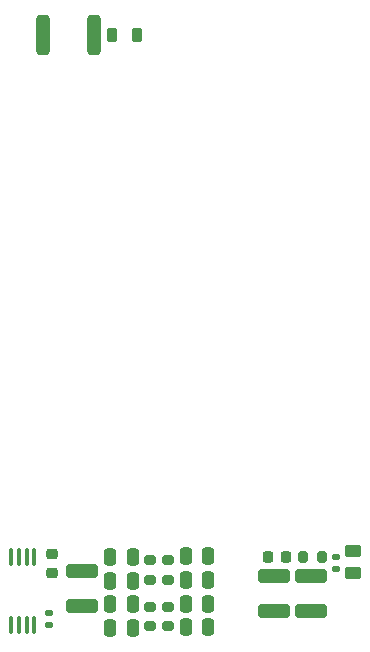
<source format=gbr>
%TF.GenerationSoftware,KiCad,Pcbnew,8.99.0-3376-g16cbb218c6*%
%TF.CreationDate,2024-12-27T08:14:29+01:00*%
%TF.ProjectId,PoE_Ethernet_GPIB_Adapter,506f455f-4574-4686-9572-6e65745f4750,rev?*%
%TF.SameCoordinates,Original*%
%TF.FileFunction,Paste,Bot*%
%TF.FilePolarity,Positive*%
%FSLAX46Y46*%
G04 Gerber Fmt 4.6, Leading zero omitted, Abs format (unit mm)*
G04 Created by KiCad (PCBNEW 8.99.0-3376-g16cbb218c6) date 2024-12-27 08:14:29*
%MOMM*%
%LPD*%
G01*
G04 APERTURE LIST*
G04 Aperture macros list*
%AMRoundRect*
0 Rectangle with rounded corners*
0 $1 Rounding radius*
0 $2 $3 $4 $5 $6 $7 $8 $9 X,Y pos of 4 corners*
0 Add a 4 corners polygon primitive as box body*
4,1,4,$2,$3,$4,$5,$6,$7,$8,$9,$2,$3,0*
0 Add four circle primitives for the rounded corners*
1,1,$1+$1,$2,$3*
1,1,$1+$1,$4,$5*
1,1,$1+$1,$6,$7*
1,1,$1+$1,$8,$9*
0 Add four rect primitives between the rounded corners*
20,1,$1+$1,$2,$3,$4,$5,0*
20,1,$1+$1,$4,$5,$6,$7,0*
20,1,$1+$1,$6,$7,$8,$9,0*
20,1,$1+$1,$8,$9,$2,$3,0*%
G04 Aperture macros list end*
%ADD10RoundRect,0.100000X0.100000X-0.637500X0.100000X0.637500X-0.100000X0.637500X-0.100000X-0.637500X0*%
%ADD11RoundRect,0.250000X-0.250000X-0.475000X0.250000X-0.475000X0.250000X0.475000X-0.250000X0.475000X0*%
%ADD12RoundRect,0.250000X-1.100000X0.325000X-1.100000X-0.325000X1.100000X-0.325000X1.100000X0.325000X0*%
%ADD13RoundRect,0.135000X-0.185000X0.135000X-0.185000X-0.135000X0.185000X-0.135000X0.185000X0.135000X0*%
%ADD14RoundRect,0.200000X-0.275000X0.200000X-0.275000X-0.200000X0.275000X-0.200000X0.275000X0.200000X0*%
%ADD15RoundRect,0.250000X0.250000X0.475000X-0.250000X0.475000X-0.250000X-0.475000X0.250000X-0.475000X0*%
%ADD16RoundRect,0.200000X0.275000X-0.200000X0.275000X0.200000X-0.275000X0.200000X-0.275000X-0.200000X0*%
%ADD17RoundRect,0.135000X0.185000X-0.135000X0.185000X0.135000X-0.185000X0.135000X-0.185000X-0.135000X0*%
%ADD18RoundRect,0.225000X-0.225000X-0.250000X0.225000X-0.250000X0.225000X0.250000X-0.225000X0.250000X0*%
%ADD19RoundRect,0.225000X-0.250000X0.225000X-0.250000X-0.225000X0.250000X-0.225000X0.250000X0.225000X0*%
%ADD20RoundRect,0.250000X0.312500X1.450000X-0.312500X1.450000X-0.312500X-1.450000X0.312500X-1.450000X0*%
%ADD21RoundRect,0.250000X-0.450000X0.262500X-0.450000X-0.262500X0.450000X-0.262500X0.450000X0.262500X0*%
%ADD22RoundRect,0.218750X-0.218750X-0.381250X0.218750X-0.381250X0.218750X0.381250X-0.218750X0.381250X0*%
%ADD23RoundRect,0.200000X-0.200000X-0.275000X0.200000X-0.275000X0.200000X0.275000X-0.200000X0.275000X0*%
G04 APERTURE END LIST*
D10*
%TO.C,U11*%
X-22225000Y-25087500D03*
X-22875000Y-25087500D03*
X-23525000Y-25087500D03*
X-24175000Y-25087500D03*
X-24175000Y-19362500D03*
X-23525000Y-19362500D03*
X-22875000Y-19362500D03*
X-22225000Y-19362500D03*
%TD*%
D11*
%TO.C,C47*%
X-15800000Y-25375000D03*
X-13900000Y-25375000D03*
%TD*%
D12*
%TO.C,C46*%
X1250000Y-20975000D03*
X1250000Y-23925000D03*
%TD*%
D13*
%TO.C,R9*%
X3344856Y-19390000D03*
X3344856Y-20410000D03*
%TD*%
D14*
%TO.C,R47*%
X-12400000Y-19650000D03*
X-12400000Y-21300000D03*
%TD*%
D15*
%TO.C,C51*%
X-7500000Y-21325000D03*
X-9400000Y-21325000D03*
%TD*%
D16*
%TO.C,R48*%
X-10900000Y-25250000D03*
X-10900000Y-23600000D03*
%TD*%
D17*
%TO.C,R44*%
X-20950000Y-25110000D03*
X-20950000Y-24090000D03*
%TD*%
D11*
%TO.C,C48*%
X-15800000Y-19375000D03*
X-13900000Y-19375000D03*
%TD*%
D15*
%TO.C,C50*%
X-7500000Y-19325000D03*
X-9400000Y-19325000D03*
%TD*%
D18*
%TO.C,C55*%
X-2425000Y-19400000D03*
X-875000Y-19400000D03*
%TD*%
D12*
%TO.C,C43*%
X-18200000Y-20550000D03*
X-18200000Y-23500000D03*
%TD*%
D19*
%TO.C,C42*%
X-20700000Y-19150000D03*
X-20700000Y-20700000D03*
%TD*%
D20*
%TO.C,F1*%
X-17187500Y24800000D03*
X-21462500Y24800000D03*
%TD*%
D21*
%TO.C,R8*%
X4800000Y-18887500D03*
X4800000Y-20712500D03*
%TD*%
D15*
%TO.C,C49*%
X-7500000Y-25325000D03*
X-9400000Y-25325000D03*
%TD*%
D22*
%TO.C,FB2*%
X-15662500Y24800000D03*
X-13537500Y24800000D03*
%TD*%
D23*
%TO.C,R50*%
X525000Y-19400000D03*
X2175000Y-19400000D03*
%TD*%
D11*
%TO.C,C54*%
X-15800000Y-21375000D03*
X-13900000Y-21375000D03*
%TD*%
D15*
%TO.C,C52*%
X-7500000Y-23325000D03*
X-9400000Y-23325000D03*
%TD*%
D12*
%TO.C,C45*%
X-1950000Y-20975000D03*
X-1950000Y-23925000D03*
%TD*%
D14*
%TO.C,R49*%
X-10900000Y-19650000D03*
X-10900000Y-21300000D03*
%TD*%
D16*
%TO.C,R46*%
X-12400000Y-25250000D03*
X-12400000Y-23600000D03*
%TD*%
D11*
%TO.C,C53*%
X-15800000Y-23375000D03*
X-13900000Y-23375000D03*
%TD*%
M02*

</source>
